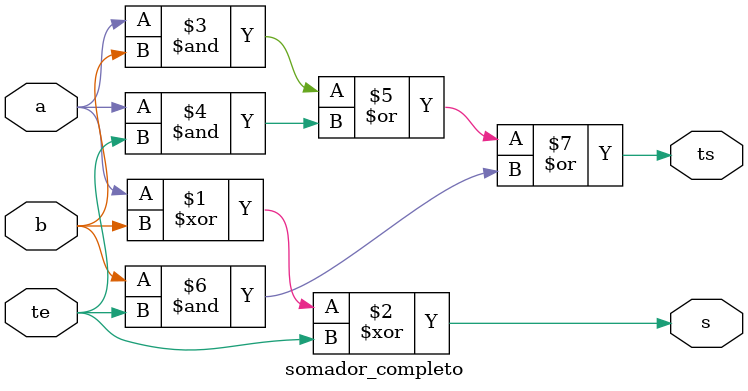
<source format=v>
module somador_completo
(
	input a, b, te,
	output s, ts
);

	assign s = (a ^ b) ^ te;
	assign ts = (a & b) | (a & te) | (b & te);
	
endmodule 
</source>
